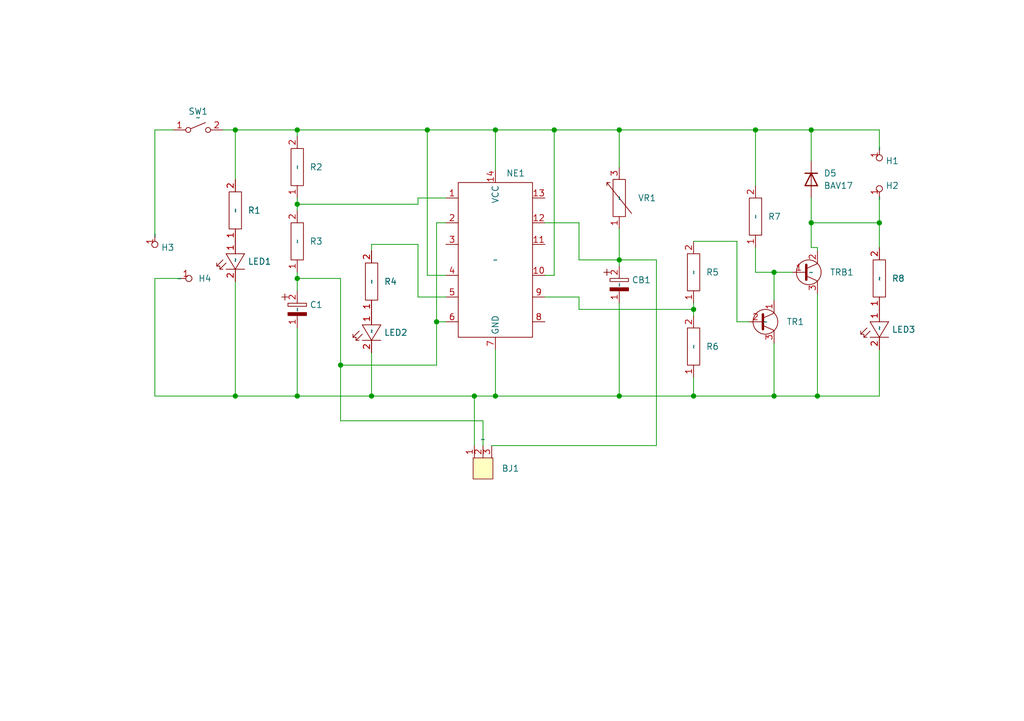
<source format=kicad_sch>
(kicad_sch (version 20230121) (generator eeschema)
  (paper "A5")
  (title_block (title "Séquenceur") (date "2023-10-19") (rev "0") (company "Acelspace"))
  (lib_symbols
    (symbol "Acelspace:Capacitor"
      (property "Reference" "C" (at 0 3.175 0))
      (symbol "Capacitor_1_1"
        (rectangle (start -1.27 1.905) (end -0.635 -1.905) (fill (type outline)))
        (polyline (pts (xy 1.905 2.54) (xy 3.175 2.54)))
        (polyline (pts (xy 2.54 3.175) (xy 2.54 1.905)))
        (rectangle (start 0.635 1.905) (end 1.27 -1.905))
        (pin bidirectional line (at -3.81 0 0) (length 2.54) (name "") (number "1"))
        (pin bidirectional line (at 3.81 0 180) (length 2.54) (name "") (number "2"))
      )
    )
    (symbol "Acelspace:Capacitor Big"
      (property "Reference" "CB" (at 0 3.175 0))
      (symbol "Capacitor Big_1_1"
        (rectangle (start -1.27 1.905) (end -0.635 -1.905) (fill (type outline)))
        (polyline (pts (xy 1.905 2.54) (xy 3.175 2.54)))
        (polyline (pts (xy 2.54 3.175) (xy 2.54 1.905)))
        (rectangle (start 0.635 1.905) (end 1.27 -1.905))
        (pin bidirectional line (at -3.81 0 0) (length 2.54) (name "") (number "1"))
        (pin bidirectional line (at 3.81 0 180) (length 2.54) (name "") (number "2"))
      )
    )
    (symbol "Acelspace:Jack"
      (property "Reference" "BJ" (at -0.254 -9.144 0))
      (symbol "Jack_1_1"
        (rectangle (start -2.032 -3.81) (end 2.032 -8.128) (fill (type background)))
        (pin input line (at -1.778 -1.27 270) (length 2.54) (name "") (number "1"))
        (pin input line (at 0 -1.27 270) (length 2.54) (name "") (number "2"))
        (pin output line (at 1.778 -1.27 270) (length 2.54) (name "") (number "3"))
      )
    )
    (symbol "Acelspace:LED"
      (property "Reference" "LED" (at 0 3.81 0))
      (symbol "LED_0_1"
        (polyline (pts (xy 0 -2.54) (xy 1.27 -3.81)))
        (polyline (pts (xy 0.635 -1.905) (xy 1.905 -3.175)))
        (polyline (pts (xy 1.905 1.905) (xy 1.905 -1.905)))
        (polyline (pts (xy -1.27 1.905) (xy -1.27 -1.905) (xy 1.905 0) (xy -1.27 1.905)))
        (polyline (pts (xy 0.635 -3.81) (xy 1.27 -3.81) (xy 1.27 -3.175) (xy 1.905 -3.175) (xy 1.905 -2.54)))
      )
      (symbol "LED_1_1"
        (pin input line (at -3.81 0 0) (length 2.54) (name "") (number "1"))
        (pin output line (at 4.445 0 180) (length 2.54) (name "") (number "2"))
      )
    )
    (symbol "Acelspace:NE556"
      (property "Reference" "NE" (at 0 0 0))
      (symbol "NE556_0_1"
        (rectangle (start -7.62 15.875) (end 7.62 -15.875))
      )
      (symbol "NE556_1_1"
        (pin input line (at -10.16 12.7 0) (length 2.54) (name "") (number "1"))
        (pin input line (at 10.16 -3.175 180) (length 2.54) (name "") (number "10"))
        (pin input line (at 10.16 3.175 180) (length 2.54) (name "") (number "11"))
        (pin input line (at 10.16 7.62 180) (length 2.54) (name "") (number "12"))
        (pin input line (at 10.16 12.7 180) (length 2.54) (name "") (number "13"))
        (pin input line (at 0 18.415 270) (length 2.54) (name "VCC") (number "14"))
        (pin input line (at -10.16 7.62 0) (length 2.54) (name "") (number "2"))
        (pin input line (at -10.16 3.175 0) (length 2.54) (name "") (number "3"))
        (pin input line (at -10.16 -3.175 0) (length 2.54) (name "") (number "4"))
        (pin input line (at -10.16 -7.62 0) (length 2.54) (name "") (number "5"))
        (pin input line (at -10.16 -12.7 0) (length 2.54) (name "") (number "6"))
        (pin input line (at 0 -18.415 90) (length 2.54) (name "GND") (number "7"))
        (pin input line (at 10.16 -12.7 180) (length 2.54) (name "") (number "8"))
        (pin input line (at 10.16 -7.62 180) (length 2.54) (name "") (number "9"))
      )
    )
    (symbol "Acelspace:Resistor"
      (property "Reference" "R" (at 0 0 0))
      (symbol "Resistor_0_1"
        (rectangle (start -3.81 1.27) (end 3.81 -1.27))
      )
      (symbol "Resistor_1_1"
        (pin passive line (at -6.35 0 0) (length 2.54) (name "") (number "1"))
        (pin passive line (at 6.35 0 180) (length 2.54) (name "") (number "2"))
      )
    )
    (symbol "Acelspace:Switch"
      (property "Reference" "SW" (at 0 2.54 0))
      (symbol "Switch_0_1"
        (circle (center -2.032 0) (radius 0.508))
        (polyline (pts (xy -1.524 0.254) (xy 1.524 1.524)))
        (circle (center 2.032 0) (radius 0.508))
      )
      (symbol "Switch_1_1"
        (pin passive line (at -5.08 0 0) (length 2.54) (name "") (number "1"))
        (pin passive line (at 5.08 0 180) (length 2.54) (name "") (number "2"))
      )
    )
    (symbol "Acelspace:Transistor"
      (property "Reference" "TR" (at -0.508 -3.556 0))
      (symbol "Transistor_0_1"
        (circle (center -0.508 0) (radius 2.54))
        (polyline (pts (xy 1.27 -1.778) (xy -1.016 -0.762)))
        (polyline (pts (xy 1.27 1.778) (xy -1.016 0.762)))
      )
      (symbol "Transistor_1_1"
        (polyline (pts (xy -1.016 -1.524) (xy -1.016 1.524)) (stroke (width 0.5)))
        (pin open_collector line (at 1.27 4.445 270) (length 2.54) (name "") (number "1"))
        (pin input line (at -3.81 0 0) (length 2.54) (name "") (number "2"))
        (pin open_emitter line (at 1.27 -4.445 90) (length 2.54) (name "") (number "3"))
      )
    )
    (symbol "Acelspace:Transistor_Big"
      (property "Reference" "TRB" (at -1.27 -3.81 0))
      (symbol "Transistor_Big_0_1"
        (circle (center -0.508 0) (radius 2.54))
        (polyline (pts (xy 1.27 -1.778) (xy -1.016 -0.762)))
        (polyline (pts (xy 1.27 1.778) (xy -1.016 0.762)))
      )
      (symbol "Transistor_Big_1_1"
        (polyline (pts (xy -1.016 -1.524) (xy -1.016 1.524)) (stroke (width 0.5)))
        (pin input line (at -3.81 0 0) (length 2.54) (name "") (number "1"))
        (pin open_collector line (at 1.27 4.445 270) (length 2.54) (name "") (number "2"))
        (pin open_emitter line (at 1.27 -4.445 90) (length 2.54) (name "") (number "3"))
      )
    )
    (symbol "Acelspace:Variable_Resistor"
      (property "Reference" "VR" (at 0 0 0))
      (symbol "Variable_Resistor_0_1"
        (rectangle (start -3.81 1.27) (end 3.81 -1.27))
        (polyline (pts (xy -3.175 -2.54) (xy 3.175 2.54)))
        (polyline (pts (xy 3.175 2.54) (xy 2.54 2.54)))
        (polyline (pts (xy 3.175 2.54) (xy 3.175 1.905)))
      )
      (symbol "Variable_Resistor_1_1"
        (pin passive line (at -6.35 0 0) (length 2.54) (name "") (number "1"))
        (pin passive line (at 6.35 0 180) (length 2.54) (name "") (number "3"))
      )
    )
    (symbol "Acelspace:Via"
      (property "Reference" "H" (at 0 1.524 0))
      (symbol "Via_1_1"
        (pin passive inverted (at 0 0 0) (length 2.54) (name "") (number "1"))
      )
    )
    (symbol "Diode:BAV17" (pin_numbers hide) (pin_names hide)
      (property "Reference" "D" (at 0 2.54 0))
      (property "Value" "BAV17" (at 0 -2.54 0))
      (symbol "BAV17_0_1"
        (polyline (pts (xy -1.27 1.27) (xy -1.27 -1.27)) (stroke (width 0.254)))
        (polyline (pts (xy 1.27 0) (xy -1.27 0)))
        (polyline (pts (xy 1.27 1.27) (xy 1.27 -1.27) (xy -1.27 0) (xy 1.27 1.27)) (stroke (width 0.254)))
      )
      (symbol "BAV17_1_1"
        (pin passive line (at -3.81 0 0) (length 2.54) (name "K") (number "1"))
        (pin passive line (at 3.81 0 180) (length 2.54) (name "A") (number "2"))
      )
    )
  )
  (junction (at 180.34 45.72))
  (junction (at 101.6 26.67))
  (junction (at 158.75 81.28))
  (junction (at 60.96 41.91))
  (junction (at 48.26 26.67))
  (junction (at 60.96 26.67))
  (junction (at 76.2 81.28))
  (junction (at 166.37 45.72))
  (junction (at 127 81.28))
  (junction (at 166.37 26.67))
  (junction (at 127 26.67))
  (junction (at 89.535 66.04))
  (junction (at 113.665 26.67))
  (junction (at 167.64 81.28))
  (junction (at 97.282 81.28))
  (junction (at 101.6 81.28))
  (junction (at 158.75 55.88))
  (junction (at 69.85 74.93))
  (junction (at 60.96 57.15))
  (junction (at 154.94 26.67))
  (junction (at 142.24 81.28))
  (junction (at 87.63 26.67))
  (junction (at 60.96 81.28))
  (junction (at 48.26 81.28))
  (junction (at 142.24 63.5))
  (junction (at 127 53.34))
  (wire (pts (xy 134.62 53.34) (xy 134.62 91.44)))
  (wire (pts (xy 142.24 81.28) (xy 158.75 81.28)))
  (wire (pts (xy 101.6 81.28) (xy 127 81.28)))
  (wire (pts (xy 166.37 26.67) (xy 166.37 33.02)))
  (wire (pts (xy 111.76 56.515) (xy 113.665 56.515)))
  (wire (pts (xy 89.535 45.72) (xy 89.535 66.04)))
  (wire (pts (xy 31.75 26.67) (xy 31.75 48.26)))
  (wire (pts (xy 60.96 67.31) (xy 60.96 81.28)))
  (wire (pts (xy 111.76 60.96) (xy 118.745 60.96)))
  (wire (pts (xy 89.535 66.04) (xy 89.535 74.93)))
  (wire (pts (xy 60.96 26.67) (xy 60.96 27.94)))
  (wire (pts (xy 111.76 45.72) (xy 118.745 45.72)))
  (wire (pts (xy 127 46.99) (xy 127 53.34)))
  (wire (pts (xy 91.44 56.515) (xy 87.63 56.515)))
  (wire (pts (xy 127 26.67) (xy 127 34.29)))
  (wire (pts (xy 85.725 60.96) (xy 85.725 50.165)))
  (wire (pts (xy 166.37 26.67) (xy 180.34 26.67)))
  (wire (pts (xy 69.85 74.93) (xy 69.85 86.36)))
  (wire (pts (xy 166.37 45.72) (xy 180.34 45.72)))
  (wire (pts (xy 76.2 50.165) (xy 85.725 50.165)))
  (wire (pts (xy 180.34 45.72) (xy 180.34 50.8)))
  (wire (pts (xy 85.725 40.64) (xy 91.44 40.64)))
  (wire (pts (xy 118.745 60.96) (xy 118.745 63.5)))
  (wire (pts (xy 97.282 81.28) (xy 101.6 81.28)))
  (wire (pts (xy 60.96 81.28) (xy 76.2 81.28)))
  (wire (pts (xy 167.64 60.325) (xy 167.64 81.28)))
  (wire (pts (xy 48.26 26.67) (xy 48.26 36.83)))
  (wire (pts (xy 154.94 26.67) (xy 154.94 38.1)))
  (wire (pts (xy 31.75 57.15) (xy 31.75 81.28)))
  (wire (pts (xy 127 53.34) (xy 127 54.61)))
  (wire (pts (xy 69.85 57.15) (xy 69.85 74.93)))
  (wire (pts (xy 118.745 63.5) (xy 142.24 63.5)))
  (wire (pts (xy 60.96 57.15) (xy 60.96 59.69)))
  (wire (pts (xy 151.13 49.53) (xy 151.13 66.04)))
  (wire (pts (xy 76.2 50.165) (xy 76.2 51.435)))
  (wire (pts (xy 76.2 72.39) (xy 76.2 81.28)))
  (wire (pts (xy 167.64 81.28) (xy 180.34 81.28)))
  (wire (pts (xy 154.94 55.88) (xy 158.75 55.88)))
  (wire (pts (xy 101.6 26.67) (xy 113.665 26.67)))
  (wire (pts (xy 166.37 50.8) (xy 166.37 45.72)))
  (wire (pts (xy 60.96 55.88) (xy 60.96 57.15)))
  (wire (pts (xy 97.282 81.28) (xy 97.282 91.44)))
  (wire (pts (xy 180.34 26.67) (xy 180.34 30.48)))
  (wire (pts (xy 60.96 41.91) (xy 85.725 41.91)))
  (wire (pts (xy 69.85 74.93) (xy 89.535 74.93)))
  (wire (pts (xy 158.75 81.28) (xy 167.64 81.28)))
  (wire (pts (xy 99.06 86.36) (xy 69.85 86.36)))
  (wire (pts (xy 101.6 26.67) (xy 101.6 34.925)))
  (wire (pts (xy 166.37 40.64) (xy 166.37 45.72)))
  (wire (pts (xy 127 62.23) (xy 127 81.28)))
  (wire (pts (xy 158.75 55.88) (xy 162.56 55.88)))
  (wire (pts (xy 45.72 26.67) (xy 48.26 26.67)))
  (wire (pts (xy 127 81.28) (xy 142.24 81.28)))
  (wire (pts (xy 142.24 49.53) (xy 151.13 49.53)))
  (wire (pts (xy 127 26.67) (xy 154.94 26.67)))
  (wire (pts (xy 60.96 41.91) (xy 60.96 43.18)))
  (wire (pts (xy 154.94 26.67) (xy 166.37 26.67)))
  (wire (pts (xy 151.13 66.04) (xy 153.67 66.04)))
  (wire (pts (xy 167.64 50.8) (xy 166.37 50.8)))
  (wire (pts (xy 48.26 57.785) (xy 48.26 81.28)))
  (wire (pts (xy 31.75 26.67) (xy 35.56 26.67)))
  (wire (pts (xy 142.24 62.23) (xy 142.24 63.5)))
  (wire (pts (xy 87.63 26.67) (xy 101.6 26.67)))
  (wire (pts (xy 154.94 50.8) (xy 154.94 55.88)))
  (wire (pts (xy 113.665 26.67) (xy 127 26.67)))
  (wire (pts (xy 60.96 40.64) (xy 60.96 41.91)))
  (wire (pts (xy 87.63 56.515) (xy 87.63 26.67)))
  (wire (pts (xy 60.96 26.67) (xy 87.63 26.67)))
  (wire (pts (xy 167.64 50.8) (xy 167.64 51.435)))
  (wire (pts (xy 158.75 70.485) (xy 158.75 81.28)))
  (wire (pts (xy 91.44 60.96) (xy 85.725 60.96)))
  (wire (pts (xy 48.26 81.28) (xy 60.96 81.28)))
  (wire (pts (xy 134.62 53.34) (xy 127 53.34)))
  (wire (pts (xy 89.535 66.04) (xy 91.44 66.04)))
  (wire (pts (xy 142.24 63.5) (xy 142.24 64.77)))
  (wire (pts (xy 91.44 45.72) (xy 89.535 45.72)))
  (wire (pts (xy 48.26 26.67) (xy 60.96 26.67)))
  (wire (pts (xy 99.06 86.36) (xy 99.06 91.44)))
  (wire (pts (xy 142.24 77.47) (xy 142.24 81.28)))
  (wire (pts (xy 76.2 81.28) (xy 97.282 81.28)))
  (wire (pts (xy 113.665 56.515) (xy 113.665 26.67)))
  (wire (pts (xy 158.75 55.88) (xy 158.75 61.595)))
  (wire (pts (xy 180.34 40.64) (xy 180.34 45.72)))
  (wire (pts (xy 60.96 57.15) (xy 69.85 57.15)))
  (wire (pts (xy 118.745 45.72) (xy 118.745 53.34)))
  (wire (pts (xy 101.6 71.755) (xy 101.6 81.28)))
  (wire (pts (xy 31.75 57.15) (xy 36.83 57.15)))
  (wire (pts (xy 31.75 81.28) (xy 48.26 81.28)))
  (wire (pts (xy 85.725 41.91) (xy 85.725 40.64)))
  (wire (pts (xy 100.838 91.44) (xy 134.62 91.44)))
  (wire (pts (xy 180.34 71.755) (xy 180.34 81.28)))
  (wire (pts (xy 118.745 53.34) (xy 127 53.34)))
  (symbol (lib_id "Acelspace:Resistor") (at 76.2 57.785 90) (unit 1)
    (property "Reference" "R4" (at 78.74 57.785 90) (effects (justify right)))
    (property "Value" "~" (at 76.2 57.785 0))
    (property "Footprint" "Acelspace:Resistor" (effects hide))
  )
  (symbol (lib_id "Acelspace:Via") (at 31.75 48.26 270) (unit 1)
    (property "Reference" "H3" (at 33.02 50.8 90) (effects (justify left)))
    (property "Value" "~" (at 31.75 48.26 0))
    (property "Footprint" "Acelspace:Via" (effects hide))
  )
  (symbol (lib_id "Acelspace:Transistor") (at 157.48 66.04 0) (unit 1)
    (property "Reference" "TR1" (at 161.29 66.04 0) (effects (justify left)))
    (property "Value" "~" (at 156.972 66.04 0))
    (property "Footprint" "Acelspace:Transistor" (effects hide))
  )
  (symbol (lib_id "Acelspace:Resistor") (at 60.96 49.53 90) (unit 1)
    (property "Reference" "R3" (at 63.5 49.53 90) (effects (justify right)))
    (property "Value" "~" (at 60.96 49.53 0))
    (property "Footprint" "Acelspace:Resistor" (effects hide))
  )
  (symbol (lib_id "Acelspace:Switch") (at 40.64 26.67 0) (unit 1)
    (property "Reference" "SW1" (at 40.64 22.86 0))
    (property "Value" "~" (at 40.64 24.13 0))
    (property "Footprint" "Acelspace:Switch" (effects hide))
  )
  (symbol (lib_id "Acelspace:Resistor") (at 48.26 43.18 90) (unit 1)
    (property "Reference" "R1" (at 50.8 43.18 90) (effects (justify right)))
    (property "Value" "~" (at 48.26 43.18 0))
    (property "Footprint" "Acelspace:Resistor" (effects hide))
  )
  (symbol (lib_id "Acelspace:NE556") (at 101.6 53.34 0) (unit 1)
    (property "Reference" "NE1" (at 103.7941 35.56 0) (effects (justify left)))
    (property "Value" "~" (at 101.6 53.34 0))
    (property "Footprint" "Acelspace:NE556" (effects hide))
  )
  (symbol (lib_id "Diode:BAV17") (at 166.37 36.83 270) (unit 1)
    (property "Reference" "D5" (at 168.91 35.56 90) (effects (justify left)))
    (property "Value" "BAV17" (at 168.91 38.1 90) (effects (justify left)))
    (property "Footprint" "Diode_THT:D_DO-35_SOD27_P7.62mm_Horizontal" (effects hide))
    (property "Datasheet" "http://www.vishay.com/docs/85543/bav17.pdf" (effects hide))
    (property "Sim.Device" "D" (effects hide))
    (property "Sim.Pins" "1=K 2=A" (effects hide))
  )
  (symbol (lib_id "Acelspace:Resistor") (at 180.34 57.15 90) (unit 1)
    (property "Reference" "R8" (at 182.88 57.15 90) (effects (justify right)))
    (property "Value" "~" (at 180.34 57.15 0))
    (property "Footprint" "Acelspace:Resistor" (effects hide))
  )
  (symbol (lib_id "Acelspace:LED") (at 48.26 53.34 270) (unit 1)
    (property "Reference" "LED1" (at 50.8 53.6575 90) (effects (justify left)))
    (property "Value" "~" (at 48.26 53.34 0))
    (property "Footprint" "Acelspace:LED" (effects hide))
  )
  (symbol (lib_id "Acelspace:Transistor_Big") (at 166.37 55.88 0) (unit 1)
    (property "Reference" "TRB1" (at 170.18 55.88 0) (effects (justify left)))
    (property "Value" "~" (at 166.37 55.88 0))
    (property "Footprint" "Acelspace:Transistor Big" (effects hide))
  )
  (symbol (lib_id "Acelspace:Via") (at 180.34 40.64 90) (unit 1)
    (property "Reference" "H2" (at 181.61 38.1 90) (effects (justify right)))
    (property "Value" "~" (at 180.34 40.64 0))
    (property "Footprint" "Acelspace:Via" (effects hide))
  )
  (symbol (lib_id "Acelspace:Resistor") (at 142.24 71.12 90) (unit 1)
    (property "Reference" "R6" (at 144.78 71.12 90) (effects (justify right)))
    (property "Value" "~" (at 142.24 71.12 0))
    (property "Footprint" "Acelspace:Resistor" (effects hide))
  )
  (symbol (lib_id "Acelspace:Capacitor Big") (at 127 58.42 90) (unit 1)
    (property "Reference" "CB1" (at 129.54 57.4675 90) (effects (justify right)))
    (property "Value" "~" (at 127 58.42 0))
    (property "Footprint" "Acelspace:Capacitor Big" (effects hide))
  )
  (symbol (lib_id "Acelspace:Jack") (at 99.06 90.17 0) (unit 1)
    (property "Reference" "BJ1" (at 102.87 96.139 0) (effects (justify left)))
    (property "Value" "~" (at 99.06 90.17 0))
    (property "Footprint" "Acelspace:Jack" (effects hide))
  )
  (symbol (lib_id "Acelspace:Variable_Resistor") (at 127 40.64 90) (unit 1)
    (property "Reference" "VR1" (at 130.81 40.64 90) (effects (justify right)))
    (property "Value" "~" (at 127 40.64 0))
    (property "Footprint" "Acelspace:Variable Resistor" (effects hide))
  )
  (symbol (lib_id "Acelspace:LED") (at 180.34 67.31 270) (unit 1)
    (property "Reference" "LED3" (at 182.88 67.6275 90) (effects (justify left)))
    (property "Value" "~" (at 180.34 67.31 0))
    (property "Footprint" "Acelspace:LED" (effects hide))
  )
  (symbol (lib_id "Acelspace:Via") (at 36.83 57.15 0) (unit 1)
    (property "Reference" "H4" (at 40.64 57.15 0) (effects (justify left)))
    (property "Value" "~" (at 36.83 57.15 0))
    (property "Footprint" "Acelspace:Via" (effects hide))
  )
  (symbol (lib_id "Acelspace:Resistor") (at 142.24 55.88 90) (unit 1)
    (property "Reference" "R5" (at 144.78 55.88 90) (effects (justify right)))
    (property "Value" "~" (at 142.24 55.88 0))
    (property "Footprint" "Acelspace:Resistor" (effects hide))
  )
  (symbol (lib_id "Acelspace:Resistor") (at 154.94 44.45 90) (unit 1)
    (property "Reference" "R7" (at 157.48 44.45 90) (effects (justify right)))
    (property "Value" "~" (at 154.94 44.45 0))
    (property "Footprint" "Acelspace:Resistor" (effects hide))
  )
  (symbol (lib_id "Acelspace:Via") (at 180.34 30.48 270) (unit 1)
    (property "Reference" "H1" (at 181.61 33.02 90) (effects (justify left)))
    (property "Value" "~" (at 180.34 30.48 0))
    (property "Footprint" "Acelspace:Via" (effects hide))
  )
  (symbol (lib_id "Acelspace:Capacitor") (at 60.96 63.5 90) (unit 1)
    (property "Reference" "C1" (at 63.5 62.5475 90) (effects (justify right)))
    (property "Value" "~" (at 60.96 63.5 0))
    (property "Footprint" "Acelspace:Capacitor" (effects hide))
  )
  (symbol (lib_id "Acelspace:LED") (at 76.2 67.945 270) (unit 1)
    (property "Reference" "LED2" (at 78.74 68.2625 90) (effects (justify left)))
    (property "Value" "~" (at 76.2 67.945 0))
    (property "Footprint" "Acelspace:LED" (effects hide))
  )
  (symbol (lib_id "Acelspace:Resistor") (at 60.96 34.29 90) (unit 1)
    (property "Reference" "R2" (at 63.5 34.29 90) (effects (justify right)))
    (property "Value" "~" (at 60.96 34.29 0))
    (property "Footprint" "Acelspace:Resistor" (effects hide))
  )
)
</source>
